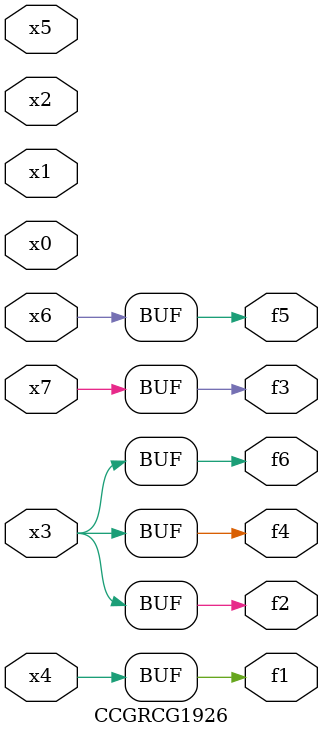
<source format=v>
module CCGRCG1926(
	input x0, x1, x2, x3, x4, x5, x6, x7,
	output f1, f2, f3, f4, f5, f6
);
	assign f1 = x4;
	assign f2 = x3;
	assign f3 = x7;
	assign f4 = x3;
	assign f5 = x6;
	assign f6 = x3;
endmodule

</source>
